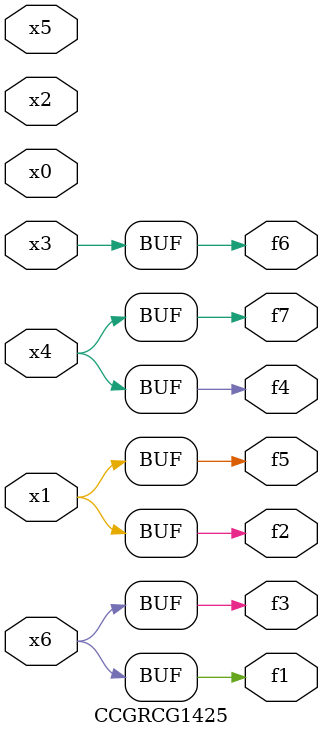
<source format=v>
module CCGRCG1425(
	input x0, x1, x2, x3, x4, x5, x6,
	output f1, f2, f3, f4, f5, f6, f7
);
	assign f1 = x6;
	assign f2 = x1;
	assign f3 = x6;
	assign f4 = x4;
	assign f5 = x1;
	assign f6 = x3;
	assign f7 = x4;
endmodule

</source>
